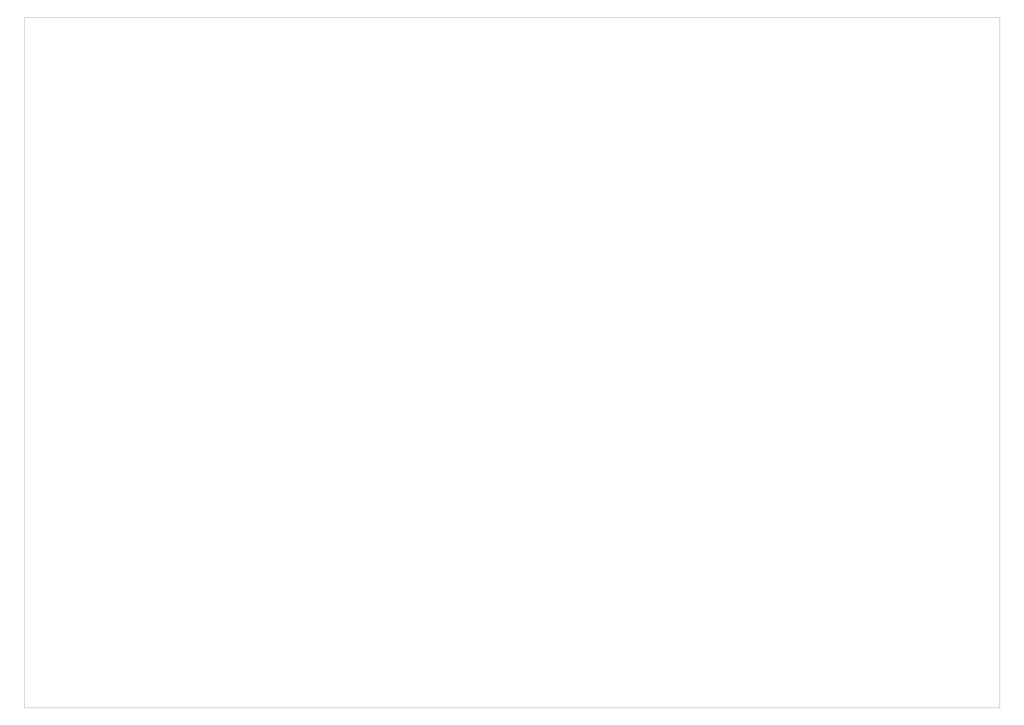
<source format=gbr>
%TF.GenerationSoftware,KiCad,Pcbnew,7.0.11*%
%TF.CreationDate,2024-05-25T01:19:38+03:00*%
%TF.ProjectId,Mad5160,4d616435-3136-4302-9e6b-696361645f70,rev?*%
%TF.SameCoordinates,Original*%
%TF.FileFunction,Profile,NP*%
%FSLAX46Y46*%
G04 Gerber Fmt 4.6, Leading zero omitted, Abs format (unit mm)*
G04 Created by KiCad (PCBNEW 7.0.11) date 2024-05-25 01:19:38*
%MOMM*%
%LPD*%
G01*
G04 APERTURE LIST*
%TA.AperFunction,Profile*%
%ADD10C,0.050000*%
%TD*%
G04 APERTURE END LIST*
D10*
X83261200Y-28270200D02*
X388061200Y-28270200D01*
X388061200Y-244170200D01*
X83261200Y-244170200D01*
X83261200Y-28270200D01*
M02*

</source>
